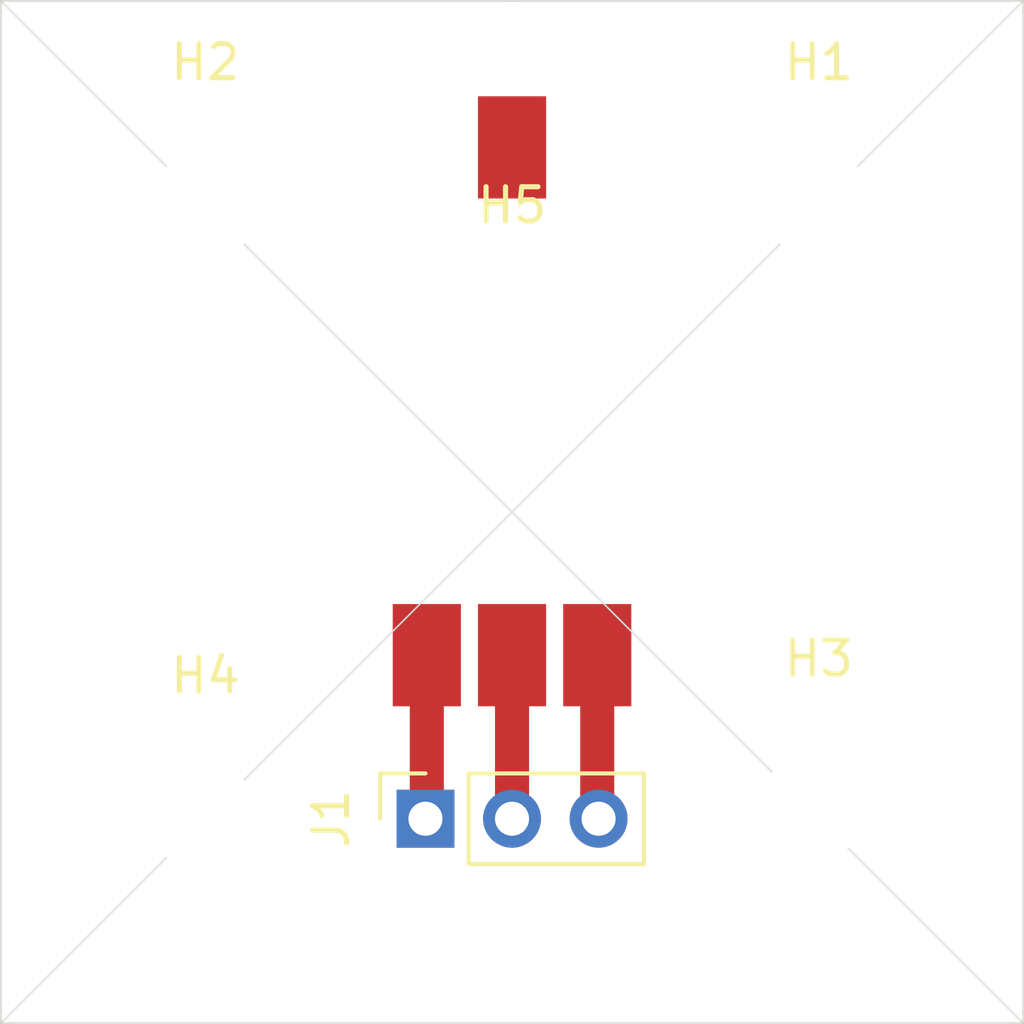
<source format=kicad_pcb>
(kicad_pcb (version 20171130) (host pcbnew "(5.1.10)-1")

  (general
    (thickness 1.6)
    (drawings 7)
    (tracks 5)
    (zones 0)
    (modules 7)
    (nets 4)
  )

  (page A4)
  (layers
    (0 F.Cu signal)
    (31 B.Cu signal)
    (32 B.Adhes user hide)
    (33 F.Adhes user hide)
    (34 B.Paste user hide)
    (35 F.Paste user hide)
    (36 B.SilkS user hide)
    (37 F.SilkS user hide)
    (38 B.Mask user hide)
    (39 F.Mask user hide)
    (40 Dwgs.User user)
    (41 Cmts.User user hide)
    (42 Eco1.User user hide)
    (43 Eco2.User user hide)
    (44 Edge.Cuts user)
    (45 Margin user hide)
    (46 B.CrtYd user hide)
    (47 F.CrtYd user hide)
    (48 B.Fab user hide)
    (49 F.Fab user hide)
  )

  (setup
    (last_trace_width 1)
    (user_trace_width 0.35)
    (user_trace_width 1)
    (user_trace_width 2)
    (trace_clearance 0.2)
    (zone_clearance 0.508)
    (zone_45_only no)
    (trace_min 0.2)
    (via_size 0.8)
    (via_drill 0.4)
    (via_min_size 0.4)
    (via_min_drill 0.3)
    (uvia_size 0.3)
    (uvia_drill 0.1)
    (uvias_allowed no)
    (uvia_min_size 0.2)
    (uvia_min_drill 0.1)
    (edge_width 0.05)
    (segment_width 0.2)
    (pcb_text_width 0.3)
    (pcb_text_size 1.5 1.5)
    (mod_edge_width 0.12)
    (mod_text_size 1 1)
    (mod_text_width 0.15)
    (pad_size 1.524 1.524)
    (pad_drill 0.762)
    (pad_to_mask_clearance 0)
    (aux_axis_origin 0 0)
    (visible_elements FFFFFF7F)
    (pcbplotparams
      (layerselection 0x010fc_ffffffff)
      (usegerberextensions false)
      (usegerberattributes true)
      (usegerberadvancedattributes true)
      (creategerberjobfile true)
      (excludeedgelayer true)
      (linewidth 0.100000)
      (plotframeref false)
      (viasonmask false)
      (mode 1)
      (useauxorigin false)
      (hpglpennumber 1)
      (hpglpenspeed 20)
      (hpglpendiameter 15.000000)
      (psnegative false)
      (psa4output false)
      (plotreference true)
      (plotvalue true)
      (plotinvisibletext false)
      (padsonsilk false)
      (subtractmaskfromsilk false)
      (outputformat 1)
      (mirror false)
      (drillshape 1)
      (scaleselection 1)
      (outputdirectory ""))
  )

  (net 0 "")
  (net 1 +5V)
  (net 2 "Net-(J1-Pad2)")
  (net 3 GND)

  (net_class Default "This is the default net class."
    (clearance 0.2)
    (trace_width 0.25)
    (via_dia 0.8)
    (via_drill 0.4)
    (uvia_dia 0.3)
    (uvia_drill 0.1)
    (add_net +5V)
    (add_net GND)
    (add_net "Net-(J1-Pad2)")
  )

  (module MountingHole:MountingHole_3.2mm_M3 (layer F.Cu) (tedit 56D1B4CB) (tstamp 62600B45)
    (at 9 -6)
    (descr "Mounting Hole 3.2mm, no annular, M3")
    (tags "mounting hole 3.2mm no annular m3")
    (path /625FF216)
    (attr virtual)
    (fp_text reference H1 (at 0 -4.2) (layer F.SilkS)
      (effects (font (size 1 1) (thickness 0.15)))
    )
    (fp_text value MountingHole (at 0 4.2) (layer F.Fab)
      (effects (font (size 1 1) (thickness 0.15)))
    )
    (fp_text user %R (at 0.3 0) (layer F.Fab)
      (effects (font (size 1 1) (thickness 0.15)))
    )
    (fp_circle (center 0 0) (end 3.2 0) (layer Cmts.User) (width 0.15))
    (fp_circle (center 0 0) (end 3.45 0) (layer F.CrtYd) (width 0.05))
    (pad 1 np_thru_hole circle (at 0 0) (size 3.2 3.2) (drill 3.2) (layers *.Cu *.Mask))
  )

  (module MountingHole:MountingHole_4mm (layer F.Cu) (tedit 56D1B4CB) (tstamp 62600D0E)
    (at 0 -1)
    (descr "Mounting Hole 4mm, no annular")
    (tags "mounting hole 4mm no annular")
    (path /62601DE7)
    (attr virtual)
    (fp_text reference H5 (at 0 -5) (layer F.SilkS)
      (effects (font (size 1 1) (thickness 0.15)))
    )
    (fp_text value MountingHole (at 0 5) (layer F.Fab)
      (effects (font (size 1 1) (thickness 0.15)))
    )
    (fp_text user %R (at 0.3 0) (layer F.Fab)
      (effects (font (size 1 1) (thickness 0.15)))
    )
    (fp_circle (center 0 0) (end 4 0) (layer Cmts.User) (width 0.15))
    (fp_circle (center 0 0) (end 4.25 0) (layer F.CrtYd) (width 0.05))
    (pad 1 np_thru_hole circle (at 0 0) (size 4 4) (drill 4) (layers *.Cu *.Mask))
  )

  (module MountingHole:MountingHole_3.2mm_M3 (layer F.Cu) (tedit 56D1B4CB) (tstamp 62600B5D)
    (at -9 12)
    (descr "Mounting Hole 3.2mm, no annular, M3")
    (tags "mounting hole 3.2mm no annular m3")
    (path /625FF7E5)
    (attr virtual)
    (fp_text reference H4 (at 0 -4.2) (layer F.SilkS)
      (effects (font (size 1 1) (thickness 0.15)))
    )
    (fp_text value MountingHole (at 0 4.2) (layer F.Fab)
      (effects (font (size 1 1) (thickness 0.15)))
    )
    (fp_text user %R (at 0.3 0) (layer F.Fab)
      (effects (font (size 1 1) (thickness 0.15)))
    )
    (fp_circle (center 0 0) (end 3.2 0) (layer Cmts.User) (width 0.15))
    (fp_circle (center 0 0) (end 3.45 0) (layer F.CrtYd) (width 0.05))
    (pad 1 np_thru_hole circle (at 0 0) (size 3.2 3.2) (drill 3.2) (layers *.Cu *.Mask))
  )

  (module MountingHole:MountingHole_3.2mm_M3 (layer F.Cu) (tedit 56D1B4CB) (tstamp 62600B55)
    (at 9 11.5)
    (descr "Mounting Hole 3.2mm, no annular, M3")
    (tags "mounting hole 3.2mm no annular m3")
    (path /625FF516)
    (attr virtual)
    (fp_text reference H3 (at 0 -4.2) (layer F.SilkS)
      (effects (font (size 1 1) (thickness 0.15)))
    )
    (fp_text value MountingHole (at 0 4.2) (layer F.Fab)
      (effects (font (size 1 1) (thickness 0.15)))
    )
    (fp_text user %R (at 0.3 0) (layer F.Fab)
      (effects (font (size 1 1) (thickness 0.15)))
    )
    (fp_circle (center 0 0) (end 3.2 0) (layer Cmts.User) (width 0.15))
    (fp_circle (center 0 0) (end 3.45 0) (layer F.CrtYd) (width 0.05))
    (pad 1 np_thru_hole circle (at 0 0) (size 3.2 3.2) (drill 3.2) (layers *.Cu *.Mask))
  )

  (module MountingHole:MountingHole_3.2mm_M3 (layer F.Cu) (tedit 56D1B4CB) (tstamp 62600B4D)
    (at -9 -6)
    (descr "Mounting Hole 3.2mm, no annular, M3")
    (tags "mounting hole 3.2mm no annular m3")
    (path /625FF279)
    (attr virtual)
    (fp_text reference H2 (at 0 -4.2) (layer F.SilkS)
      (effects (font (size 1 1) (thickness 0.15)))
    )
    (fp_text value MountingHole (at 0 4.2) (layer F.Fab)
      (effects (font (size 1 1) (thickness 0.15)))
    )
    (fp_text user %R (at 0.3 0) (layer F.Fab)
      (effects (font (size 1 1) (thickness 0.15)))
    )
    (fp_circle (center 0 0) (end 3.2 0) (layer Cmts.User) (width 0.15))
    (fp_circle (center 0 0) (end 3.45 0) (layer F.CrtYd) (width 0.05))
    (pad 1 np_thru_hole circle (at 0 0) (size 3.2 3.2) (drill 3.2) (layers *.Cu *.Mask))
  )

  (module Variable_Resistor:SV01A103AEA01R00 (layer F.Cu) (tedit 625FA93F) (tstamp 626000DC)
    (at 0 -1)
    (path /625FA18F)
    (fp_text reference RV1 (at 0 0.5) (layer F.SilkS)
      (effects (font (size 1 1) (thickness 0.15)))
    )
    (fp_text value R_POT (at 0 -0.5) (layer F.Fab)
      (effects (font (size 1 1) (thickness 0.15)))
    )
    (fp_line (start -1.7 -1) (end 1.7 -1) (layer Dwgs.User) (width 0.12))
    (fp_circle (center 0 0) (end 2 0) (layer Dwgs.User) (width 0.12))
    (fp_line (start -2.5 -5.6) (end 2.5 -5.6) (layer Dwgs.User) (width 0.12))
    (fp_line (start 2.5 -5.6) (end 5.8 -2.3) (layer Dwgs.User) (width 0.12))
    (fp_line (start 5.8 -2.3) (end 5.8 7.1) (layer Dwgs.User) (width 0.12))
    (fp_line (start 5.8 7.1) (end -5.8 7.1) (layer Dwgs.User) (width 0.12))
    (fp_line (start -5.8 7.1) (end -5.8 -2.3) (layer Dwgs.User) (width 0.12))
    (fp_line (start -5.8 -2.3) (end -2.5 -5.6) (layer Dwgs.User) (width 0.12))
    (pad 2 smd rect (at 0 -6.7) (size 2 3) (layers F.Cu F.Paste F.Mask)
      (net 2 "Net-(J1-Pad2)"))
    (pad 3 smd rect (at 2.5 8.2) (size 2 3) (layers F.Cu F.Paste F.Mask)
      (net 3 GND))
    (pad 2 smd rect (at 0 8.2) (size 2 3) (layers F.Cu F.Paste F.Mask)
      (net 2 "Net-(J1-Pad2)"))
    (pad 1 smd rect (at -2.5 8.2) (size 2 3) (layers F.Cu F.Paste F.Mask)
      (net 1 +5V))
  )

  (module Connector_PinSocket_2.54mm:PinSocket_1x03_P2.54mm_Vertical (layer F.Cu) (tedit 625FA419) (tstamp 62600387)
    (at 0 12 90)
    (descr "Through hole straight socket strip, 1x03, 2.54mm pitch, single row (from Kicad 4.0.7), script generated")
    (tags "Through hole socket strip THT 1x03 2.54mm single row")
    (path /625FAC4D)
    (fp_text reference J1 (at 0 -5.31 90) (layer F.SilkS)
      (effects (font (size 1 1) (thickness 0.15)))
    )
    (fp_text value Conn_01x03 (at 0 5.31 90) (layer F.Fab)
      (effects (font (size 1 1) (thickness 0.15)))
    )
    (fp_text user %R (at 0 0 180) (layer F.Fab)
      (effects (font (size 1 1) (thickness 0.15)))
    )
    (fp_line (start -1.27 -3.81) (end 0.635 -3.81) (layer F.Fab) (width 0.1))
    (fp_line (start 0.635 -3.81) (end 1.27 -3.175) (layer F.Fab) (width 0.1))
    (fp_line (start 1.27 -3.175) (end 1.27 3.81) (layer F.Fab) (width 0.1))
    (fp_line (start 1.27 3.81) (end -1.27 3.81) (layer F.Fab) (width 0.1))
    (fp_line (start -1.27 3.81) (end -1.27 -3.81) (layer F.Fab) (width 0.1))
    (fp_line (start -1.33 -1.27) (end 1.33 -1.27) (layer F.SilkS) (width 0.12))
    (fp_line (start -1.33 -1.27) (end -1.33 3.87) (layer F.SilkS) (width 0.12))
    (fp_line (start -1.33 3.87) (end 1.33 3.87) (layer F.SilkS) (width 0.12))
    (fp_line (start 1.33 -1.27) (end 1.33 3.87) (layer F.SilkS) (width 0.12))
    (fp_line (start 1.33 -3.87) (end 1.33 -2.54) (layer F.SilkS) (width 0.12))
    (fp_line (start 0 -3.87) (end 1.33 -3.87) (layer F.SilkS) (width 0.12))
    (fp_line (start -1.8 -4.34) (end 1.75 -4.34) (layer F.CrtYd) (width 0.05))
    (fp_line (start 1.75 -4.34) (end 1.75 4.31) (layer F.CrtYd) (width 0.05))
    (fp_line (start 1.75 4.31) (end -1.8 4.31) (layer F.CrtYd) (width 0.05))
    (fp_line (start -1.8 4.31) (end -1.8 -4.34) (layer F.CrtYd) (width 0.05))
    (pad 3 thru_hole oval (at 0 2.54 90) (size 1.7 1.7) (drill 1) (layers *.Cu *.Mask)
      (net 3 GND))
    (pad 2 thru_hole oval (at 0 0 90) (size 1.7 1.7) (drill 1) (layers *.Cu *.Mask)
      (net 2 "Net-(J1-Pad2)"))
    (pad 1 thru_hole rect (at 0 -2.54 90) (size 1.7 1.7) (drill 1) (layers *.Cu *.Mask)
      (net 1 +5V))
    (model ${KISYS3DMOD}/Connector_PinSocket_2.54mm.3dshapes/PinSocket_1x03_P2.54mm_Vertical.wrl
      (offset (xyz 0 2.54 0))
      (scale (xyz 1 1 1))
      (rotate (xyz 0 0 0))
    )
  )

  (gr_line (start -15 -12) (end 15 18) (layer Edge.Cuts) (width 0.05) (tstamp 62600DD1))
  (gr_line (start -15 18) (end 15 -12) (layer Edge.Cuts) (width 0.05) (tstamp 62600DD2))
  (gr_line (start -15 -12) (end 0 -12) (layer Edge.Cuts) (width 0.05) (tstamp 62600C20))
  (gr_line (start -15 18) (end -15 -12) (layer Edge.Cuts) (width 0.05))
  (gr_line (start 15 18) (end -15 18) (layer Edge.Cuts) (width 0.05))
  (gr_line (start 15 -12) (end 15 18) (layer Edge.Cuts) (width 0.05))
  (gr_line (start 0 -12) (end 15 -12) (layer Edge.Cuts) (width 0.05))

  (segment (start -2.5 11.96) (end -2.54 12) (width 1) (layer F.Cu) (net 1))
  (segment (start -2.5 7.2) (end -2.5 11.96) (width 1) (layer F.Cu) (net 1))
  (segment (start 0 7.2) (end 0 12) (width 1) (layer F.Cu) (net 2))
  (segment (start 2.5 11.96) (end 2.54 12) (width 1) (layer F.Cu) (net 3))
  (segment (start 2.5 7.2) (end 2.5 11.96) (width 1) (layer F.Cu) (net 3))

)

</source>
